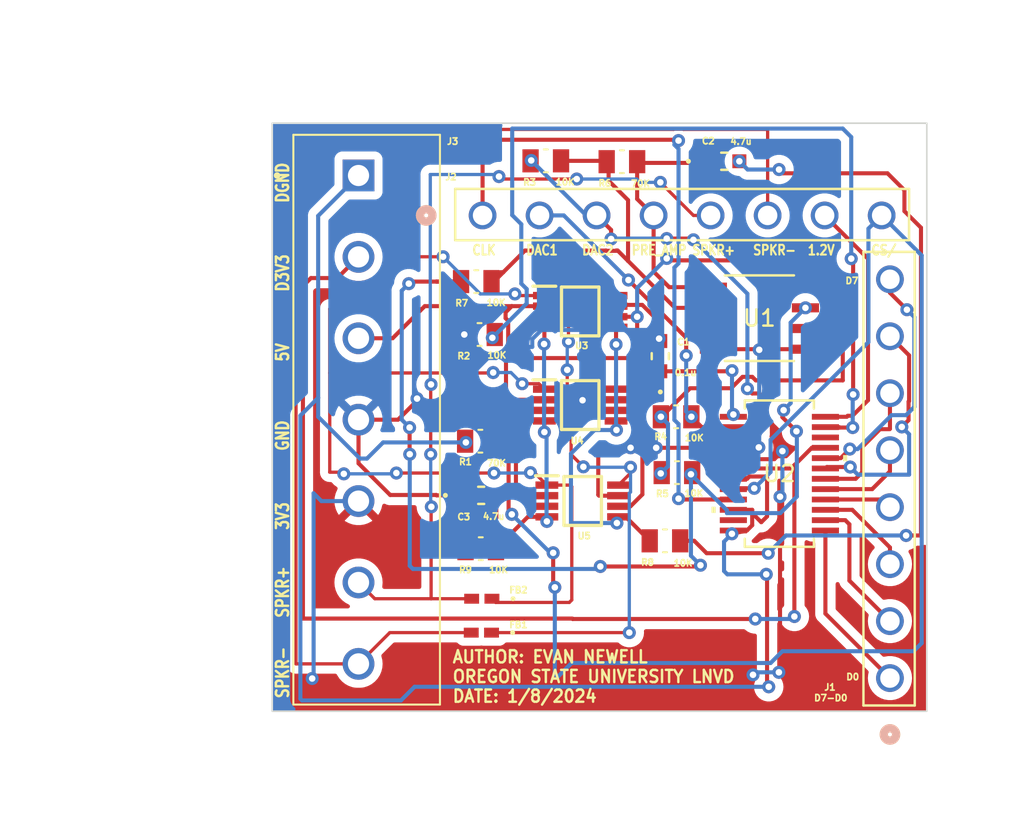
<source format=kicad_pcb>
(kicad_pcb (version 20221018) (generator pcbnew)
  (title_block (title "SPEAKER") (date "2024-01-08") (rev "A") (company "OREGON STATE UNIVERSITY LNVD") (comment 1 "AUTHOR: EVAN NEWELL"))
  (layers (0 "F.Cu" signal) (31 "B.Cu" signal) (34 "B.Paste" user) (35 "F.Paste" user) (36 "B.SilkS" user "B.Silkscreen") (37 "F.SilkS" user "F.Silkscreen") (38 "B.Mask" user) (39 "F.Mask" user) (44 "Edge.Cuts" user))
  (net 0 "")
  (net 1 "/SGNL_PRE_AMP")
  (net 2 "GND")
  (net 3 "Net-(C2-Pad2)")
  (net 4 "/PAM_O+")
  (net 5 "/SPEAKER+")
  (net 6 "/PAM_O-")
  (net 7 "/SPEAKER-")
  (net 8 "/DGND")
  (net 9 "/D3V3")
  (net 10 "/5V")
  (net 11 "/3V3")
  (net 12 "/CLK")
  (net 13 "/DAC_Vout1")
  (net 14 "/DAC_Vout2")
  (net 15 "/1.2V_REF")
  (net 16 "/CHIP_SELECT_N")
  (net 17 "Net-(U1-OUT2)")
  (net 18 "Net-(U1--1)")
  (net 19 "/PAM_NEG")
  (net 20 "/PAM_POS")
  (net 21 "Net-(U2-CREF)")
  (net 22 "Net-(C3-Pad2)")
  (net 23 "Net-(J1-Pin_1)")
  (net 24 "Net-(J1-Pin_2)")
  (net 25 "Net-(J1-Pin_3)")
  (net 26 "Net-(J1-Pin_4)")
  (net 27 "Net-(J1-Pin_5)")
  (net 28 "Net-(J1-Pin_6)")
  (net 29 "Net-(J1-Pin_7)")
  (net 30 "Net-(J1-Pin_8)")
  (net 31 "Net-(U2-REFR)")
  (net 34 "Net-(U1--2)")
  (footprint "Footprints:RESC2012X60N" (layer "F.Cu") (at 100.2284 96.5962)
    (fp_text reference "R2")
    (fp_text value "10K")
  )
  (footprint "Footprints:RESC2012X60N" (layer "F.Cu") (at 112.2982 101.6508 180)
    (fp_text reference "R4")
    (fp_text value "10K")
  )
  (footprint "Footprints:RESC2012X60N" (layer "F.Cu") (at 100.03 93.345)
    (fp_text reference "R7")
    (fp_text value "10K")
  )
  (footprint "Footprints:CUI_TB001-500-07BE" (layer "F.Cu") (at 92.7995 86.8286 -90)
    (fp_text reference "J3")
    (fp_text value "     SPKR-    SPKR+     3V3       GND        5V       D3V3       DGND  ")
  )
  (footprint "Footprints:RESC2012X60N" (layer "F.Cu") (at 108.9708 85.979)
    (fp_text reference "R6")
    (fp_text value "70K")
  )
  (footprint "Footprints:RESC2012X60N" (layer "F.Cu") (at 100.2792 103.1494)
    (fp_text reference "R1")
    (fp_text value "70K")
  )
  (footprint "Footprints:CAP_CL10_SAM-M" (layer "F.Cu") (at 100.33 106.4768)
    (fp_text reference "C3")
    (fp_text value "4.7u")
  )
  (footprint "Footprints:SOP65P490X110-8N" (layer "F.Cu") (at 106.5628 106.8226)
    (fp_text reference "U5")
    (fp_text value "PAM8304" hide)
  )
  (footprint "Footprints:RESC2012X60N" (layer "F.Cu") (at 111.6124 109.2708 180)
    (fp_text reference "R8")
    (fp_text value "10K")
  )
  (footprint "Footprints:SOP65P490X110-8N" (layer "F.Cu") (at 106.4104 100.9298)
    (fp_text reference "U4")
    (fp_text value "PAM8304" hide)
  )
  (footprint "Footprints:RESC2012X60N" (layer "F.Cu") (at 100.3046 109.7534)
    (fp_text reference "R9")
    (fp_text value "10K")
  )
  (footprint "Footprints:SOP65P490X110-8N" (layer "F.Cu") (at 106.4104 95.179)
    (fp_text reference "U3")
    (fp_text value "PAM8304" hide)
  )
  (footprint "Footprints:IND_BLM15_0402_MUR-M" (layer "F.Cu") (at 100.3681 112.8268 180)
    (fp_text reference "FB2")
    (fp_text value "FerriteBead")
  )
  (footprint "Footprints:RESC2012X60N" (layer "F.Cu") (at 112.349 105.0798)
    (fp_text reference "R5")
    (fp_text value "10K")
  )
  (footprint "Footprints:IND_BLM15_0402_MUR-M" (layer "F.Cu") (at 100.3427 114.9096 180)
    (fp_text reference "FB1")
    (fp_text value "FerriteBead")
  )
  (footprint "Footprints:D8-M" (layer "F.Cu") (at 117.4115 95.5929)
    (fp_text reference "U1")
    (fp_text value "LMV358IDR")
  )
  (footprint "Footprints:CONN_1945151_PXC" (layer "F.Cu") (at 100.416002 89.281)
    (fp_text reference "J2")
    (fp_text value "CLK     DAC1    DAC2   PRE_AMP SPKR+   SPKR-  1.2V      CS/")
  )
  (footprint "Footprints:CAP_CL10_SAM-M" (layer "F.Cu") (at 115.2502 85.9536)
    (fp_text reference "C2")
    (fp_text value "4.7u")
  )
  (footprint "Footprints:RESC2012X60N" (layer "F.Cu") (at 104.2972 85.9282)
    (fp_text reference "R3")
    (fp_text value "10K")
  )
  (footprint "Footprints:21-0055H_24-M" (layer "F.Cu") (at 118.63705 105.1433)
    (fp_text reference "U2")
    (fp_text value "MAX5187BEEG+")
  )
  (footprint "Footprints:CONN_1945151_PXC" (layer "F.Cu") (at 125.4252 117.703003 90)
    (fp_text reference "J1")
    (fp_text value "D7-D0")
  )
  (footprint "Footprints:CAP_CL10_SAM-M" (layer "F.Cu") (at 111.3282 97.9274 90)
    (fp_text reference "C1")
    (fp_text value "0.1u")
  )
  (gr_rect (start 87.503 83.6168) (end 127.6858 119.7356) (stroke (width 0.1)) (fill none) (layer "Edge.Cuts"))
  (gr_text "D0" (at 123.1392 117.6274) (layer "F.SilkS") (effects (font (size 0.393701 0.393701) (thickness 0.098425))))
  (gr_text "AUTHOR: EVAN NEWELL\nOREGON STATE UNIVERSITY LNVD\nDATE: 1/8/2024" (at 98.5012 119.253) (layer "F.SilkS") (effects (font (size 0.75 0.7)) (justify left bottom)))
  (gr_text "D7" (at 123.0884 93.2942) (layer "F.SilkS") (effects (font (size 0.393701 0.393701) (thickness 0.098425))))
  (segment (start 111.8743 93.6879) (end 110.916004 92.729604) (width 0.25) (layer "F.Cu") (net 1))
  (segment (start 114.4143 93.6879) (end 111.8743 93.6879) (width 0.25) (layer "F.Cu") (net 1))
  (segment (start 109.9058 85.979) (end 109.9058 88.270796) (width 0.25) (layer "F.Cu") (net 1))
  (segment (start 110.916004 92.729604) (end 110.916004 89.281) (width 0.25) (layer "F.Cu") (net 1))
  (segment (start 109.9058 88.270796) (end 110.916004 89.281) (width 0.25) (layer "F.Cu") (net 1))
  (segment (start 110.1344 86.0552) (end 114.2192 86.0552) (width 0.25) (layer "F.Cu") (net 1))
  (segment (start 110.2222 94.779) (end 111.252 95.8088) (width 0.25) (layer "F.Cu") (net 2))
  (segment (start 107.5182 103.5558) (end 107.5182 106.4468) (width 0.25) (layer "F.Cu") (net 2))
  (segment (start 107.5182 106.4468) (end 107.569 106.4976) (width 0.25) (layer "F.Cu") (net 2))
  (segment (start 97.593969 106.4768) (end 97.571687 106.454518) (width 0.25) (layer "F.Cu") (net 2))
  (segment (start 117.3607 97.4979) (end 114.58575 97.4979) (width 0.25) (layer "F.Cu") (net 2))
  (segment (start 120.23725 97.4979) (end 117.4369 97.4979) (width 0.25) (layer "F.Cu") (net 2))
  (segment (start 95.2246 101.8286) (end 96.393 100.6602) (width 0.25) (layer "F.Cu") (net 2))
  (segment (start 106.553 100.6348) (end 108.5804 100.6348) (width 0.25) (layer "F.Cu") (net 2))
  (segment (start 114.58575 96.2279) (end 114.58575 97.4979) (width 0.25) (layer "F.Cu") (net 2))
  (segment (start 117.3734 103.5304) (end 115.8367 103.5304) (width 0.25) (layer "F.Cu") (net 2))
  (segment (start 96.393 100.6602) (end 96.393 100.5332) (width 0.25) (layer "F.Cu") (net 2))
  (segment (start 107.569 106.4976) (end 108.7628 106.4976) (width 0.25) (layer "F.Cu") (net 2))
  (segment (start 108.6854 94.779) (end 110.2222 94.779) (width 0.25) (layer "F.Cu") (net 2))
  (segment (start 117.3988 97.536) (end 117.3607 97.4979) (width 0.25) (layer "F.Cu") (net 2))
  (segment (start 92.7995 101.8286) (end 95.2246 101.8286) (width 0.25) (layer "F.Cu") (net 2))
  (segment (start 92.7995 104.5089) (end 92.7995 101.8286) (width 0.25) (layer "F.Cu") (net 2))
  (segment (start 109.50301 103.5558) (end 107.5182 103.5558) (width 0.25) (layer "F.Cu") (net 2))
  (segment (start 115.8113 103.5558) (end 111.0742 103.5558) (width 0.25) (layer "F.Cu") (net 2))
  (segment (start 94.745118 106.454518) (end 92.7995 104.5089) (width 0.25) (layer "F.Cu") (net 2))
  (segment (start 111.252 95.8088) (end 111.252 96.8502) (width 0.25) (layer "F.Cu") (net 2))
  (segment (start 117.4369 97.4979) (end 117.3988 97.536) (width 0.25) (layer "F.Cu") (net 2))
  (segment (start 97.571687 106.454518) (end 94.745118 106.454518) (width 0.25) (layer "F.Cu") (net 2))
  (segment (start 99.4006 106.4768) (end 97.593969 106.4768) (width 0.25) (layer "F.Cu") (net 2))
  (via (at 117.3734 103.5304) (size 0.8) (drill 0.4) (layers "F.Cu" "B.Cu") (net 2))
  (via (at 106.553 100.6348) (size 0.8) (drill 0.4) (layers "F.Cu" "B.Cu") (net 2))
  (via (at 99.2934 96.5962) (size 0.8) (drill 0.4) (layers "F.Cu" "B.Cu") (net 2))
  (via (at 111.0742 103.5558) (size 0.8) (drill 0.4) (layers "F.Cu" "B.Cu") (net 2))
  (via (at 109.50301 103.5558) (size 0.8) (drill 0.4) (layers "F.Cu" "B.Cu") (net 2))
  (via (at 117.3988 97.536) (size 0.8) (drill 0.4) (layers "F.Cu" "B.Cu") (net 2))
  (via (at 111.252 96.8502) (size 0.8) (drill 0.4) (layers "F.Cu" "B.Cu") (net 2))
  (via (at 96.393 100.5332) (size 0.8) (drill 0.4) (layers "F.Cu" "B.Cu") (net 2))
  (segment (start 99.695 100.6856) (end 99.695 99.0902) (width 0.25) (layer "B.Cu") (net 2))
  (segment (start 101.9302 97.3582) (end 101.2444 98.044) (width 0.25) (layer "B.Cu") (net 2))
  (segment (start 111.252 96.8502) (end 110.7186 96.3168) (width 0.25) (layer "B.Cu") (net 2))
  (segment (start 96.5454 100.6856) (end 99.695 100.6856) (width 0.25) (layer "B.Cu") (net 2))
  (segment (start 106.4768 96.3168) (end 106.4768 100.5586) (width 0.25) (layer "B.Cu") (net 2))
  (segment (start 110.7186 96.3168) (end 106.4768 96.3168) (width 0.25) (layer "B.Cu") (net 2))
  (segment (start 106.4768 96.3168) (end 104.029095 96.3168) (width 0.25) (layer "B.Cu") (net 2))
  (segment (start 96.393 100.5332) (end 96.5454 100.6856) (width 0.25) (layer "B.Cu") (net 2))
  (segment (start 111.0742 103.5558) (end 109.50301 103.5558) (width 0.25) (layer "B.Cu") (net 2))
  (segment (start 103.4658 97.3582) (end 101.9302 97.3582) (width 0.25) (layer "B.Cu") (net 2))
  (segment (start 101.2444 98.044) (end 100.7412 98.044) (width 0.25) (layer "B.Cu") (net 2))
  (segment (start 104.029095 96.3168) (end 103.4658 96.880095) (width 0.25) (layer "B.Cu") (net 2))
  (segment (start 117.3988 103.505) (end 117.3734 103.5304) (width 0.25) (layer "B.Cu") (net 2))
  (segment (start 106.4768 100.5586) (end 106.553 100.6348) (width 0.25) (layer "B.Cu") (net 2))
  (segment (start 117.3988 97.536) (end 117.3988 103.505) (width 0.25) (layer "B.Cu") (net 2))
  (segment (start 99.695 99.0902) (end 100.7412 98.044) (width 0.25) (layer "B.Cu") (net 2))
  (segment (start 103.4658 96.880095) (end 103.4658 97.3582) (width 0.25) (layer "B.Cu") (net 2))
  (segment (start 100.7412 98.044) (end 99.2934 96.5962) (width 0.25) (layer "B.Cu") (net 2))
  (segment (start 118.84651 86.692605) (end 118.615505 86.4616) (width 0.25) (layer "F.Cu") (net 3))
  (segment (start 126.3142 89.017868) (end 126.3142 87.7316) (width 0.25) (layer "F.Cu") (net 3))
  (segment (start 114.173 110.0328) (end 117.9527 110.0328) (width 0.25) (layer "F.Cu") (net 3))
  (segment (start 126.4158 108.9406) (end 127.2794 108.9406) (width 0.25) (layer "F.Cu") (net 3))
  (segment (start 127.3302 108.8898) (end 127.3302 90.033868) (width 0.25) (layer "F.Cu") (net 3))
  (segment (start 126.3142 87.7316) (end 125.275205 86.692605) (width 0.25) (layer "F.Cu") (net 3))
  (segment (start 127.3302 90.033868) (end 126.3142 89.017868) (width 0.25) (layer "F.Cu") (net 3))
  (segment (start 127.2794 108.9406) (end 127.3302 108.8898) (width 0.25) (layer "F.Cu") (net 3))
  (segment (start 125.275205 86.692605) (end 118.84651 86.692605) (width 0.25) (layer "F.Cu") (net 3))
  (segment (start 112.5474 109.2708) (end 113.411 109.2708) (width 0.25) (layer "F.Cu") (net 3))
  (segment (start 113.411 109.2708) (end 114.173 110.0328) (width 0.25) (layer "F.Cu") (net 3))
  (via (at 126.4158 108.9406) (size 0.8) (drill 0.4) (layers "F.Cu" "B.Cu") (net 3))
  (via (at 118.615505 86.4616) (size 0.8) (drill 0.4) (layers "F.Cu" "B.Cu") (net 3))
  (via (at 116.1796 85.9536) (size 0.8) (drill 0.4) (layers "F.Cu" "B.Cu") (net 3))
  (via (at 117.9527 110.0328) (size 0.8) (drill 0.4) (layers "F.Cu" "B.Cu") (net 3))
  (segment (start 116.6876 86.4616) (end 116.1796 85.9536) (width 0.25) (layer "B.Cu") (net 3))
  (segment (start 119.0449 108.9406) (end 126.4158 108.9406) (width 0.25) (layer "B.Cu") (net 3))
  (segment (start 117.9527 110.0328) (end 119.0449 108.9406) (width 0.25) (layer "B.Cu") (net 3))
  (segment (start 118.615505 86.4616) (end 116.6876 86.4616) (width 0.25) (layer "B.Cu") (net 3))
  (segment (start 91.0336 98.9584) (end 91.0336 105.0544) (width 0.2) (layer "F.Cu") (net 4))
  (segment (start 105.7968 105.8476) (end 104.3628 105.8476) (width 0.2) (layer "F.Cu") (net 4))
  (segment (start 97.9932 91.821) (end 96.003978 91.821) (width 0.2) (layer "F.Cu") (net 4))
  (segment (start 104.2104 94.204) (end 102.499638 94.204) (width 0.2) (layer "F.Cu") (net 4))
  (segment (start 101.0412 98.9584) (end 101.0666 98.933) (width 0.2) (layer "F.Cu") (net 4))
  (segment (start 91.0336 95.0214) (end 91.0336 98.9584) (width 0.2) (layer "F.Cu") (net 4))
  (segment (start 95.123 105.1052) (end 101.1174 105.1052) (width 0.2) (layer "F.Cu") (net 4))
  (segment (start 105.8926 105.9434) (end 105.7968 105.8476) (width 0.2) (layer "F.Cu") (net 4))
  (segment (start 91.0336 98.9584) (end 101.0412 98.9584) (width 0.2) (layer "F.Cu") (net 4))
  (segment (start 100.9904 112.8268) (end 101.219 113.0554) (width 0.2) (layer "F.Cu") (net 4))
  (segment (start 103.8744 99.6188) (end 104.2104 99.9548) (width 0.2) (layer "F.Cu") (net 4))
  (segment (start 103.595 105.0798) (end 104.3628 105.8476) (width 0.2) (layer "F.Cu") (net 4))
  (segment (start 103.3526 105.0798) (end 103.595 105.0798) (width 0.2) (layer "F.Cu") (net 4))
  (segment (start 105.8926 112.903) (end 105.8926 105.9434) (width 0.2) (layer "F.Cu") (net 4))
  (segment (start 92.803578 95.0214) (end 91.0336 95.0214) (width 0.2) (layer "F.Cu") (net 4))
  (segment (start 102.499638 94.204) (end 102.3995 94.103862) (width 0.2) (layer "F.Cu") (net 4))
  (segment (start 105.7402 113.0554) (end 105.8926 112.903) (width 0.2) (layer "F.Cu") (net 4))
  (segment (start 101.219 113.0554) (end 105.7402 113.0554) (width 0.2) (layer "F.Cu") (net 4))
  (segment (start 91.7956 105.0544) (end 91.8972 105.156) (width 0.2) (layer "F.Cu") (net 4))
  (segment (start 102.8446 99.6188) (end 103.8744 99.6188) (width 0.2) (layer "F.Cu") (net 4))
  (segment (start 96.003978 91.821) (end 92.803578 95.0214) (width 0.2) (layer "F.Cu") (net 4))
  (segment (start 91.0336 105.0544) (end 91.7956 105.0544) (width 0.2) (layer "F.Cu") (net 4))
  (via (at 101.1174 105.1052) (size 0.8) (drill 0.4) (layers "F.Cu" "B.Cu") (net 4))
  (via (at 103.3526 105.0798) (size 0.8) (drill 0.4) (layers "F.Cu" "B.Cu") (net 4))
  (via (at 101.0666 98.933) (size 0.8) (drill 0.4) (layers "F.Cu" "B.Cu") (net 4))
  (via (at 95.123 105.1052) (size 0.8) (drill 0.4) (layers "F.Cu" "B.Cu") (net 4))
  (via (at 102.8446 99.6188) (size 0.8) (drill 0.4) (layers "F.Cu" "B.Cu") (net 4))
  (via (at 97.9932 91.821) (size 0.8) (drill 0.4) (layers "F.Cu" "B.Cu") (net 4))
  (via (at 91.8972 105.156) (size 0.8) (drill 0.4) (layers "F.Cu" "B.Cu") (net 4))
  (via (at 102.3995 94.103862) (size 0.8) (drill 0.4) (layers "F.Cu" "B.Cu") (net 4))
  (segment (start 103.3272 105.1052) (end 103.3526 105.0798) (width 0.2) (layer "B.Cu") (net 4))
  (segment (start 91.8972 105.156) (end 95.0722 105.156) (width 0.2) (layer "B.Cu") (net 4))
  (segment (start 101.1174 105.1052) (end 103.3272 105.1052) (width 0.2) (layer "B.Cu") (net 4))
  (segment (start 95.0722 105.156) (end 95.123 105.1052) (width 0.2) (layer "B.Cu") (net 4))
  (segment (start 102.1588 98.933) (end 102.8446 99.6188) (width 0.2) (layer "B.Cu") (net 4))
  (segment (start 101.0666 98.933) (end 102.1588 98.933) (width 0.2) (layer "B.Cu") (net 4))
  (segment (start 102.3995 94.103862) (end 100.276062 94.103862) (width 0.2) (layer "B.Cu") (net 4))
  (segment (start 100.276062 94.103862) (end 97.9932 91.821) (width 0.2) (layer "B.Cu") (net 4))
  (segment (start 97.2312 99.682998) (end 97.250599 99.663599) (width 0.2) (layer "F.Cu") (net 5))
  (segment (start 97.2566 112.8268) (end 97.2566 107.1943) (width 0.2) (layer "F.Cu") (net 5))
  (segment (start 113.3602 89.281) (end 114.416005 89.281) (width 0.2) (layer "F.Cu") (net 5))
  (segment (start 101.4222 86.8934) (end 101.5746 87.0458) (width 0.2) (layer "F.Cu") (net 5))
  (segment (start 97.2566 107.1943) (end 97.271382 107.179518) (width 0.2) (layer "F.Cu") (net 5))
  (segment (start 97.2312 103.9501) (end 97.2312 99.682998) (width 0.2) (layer "F.Cu") (net 5))
  (segment (start 93.7977 112.8268) (end 92.7995 111.8286) (width 0.2) (layer "F.Cu") (net 5))
  (segment (start 99.7458 112.8268) (end 97.2566 112.8268) (width 0.2) (layer "F.Cu") (net 5))
  (segment (start 111.3282 87.249) (end 113.3602 89.281) (width 0.2) (layer "F.Cu") (net 5))
  (segment (start 97.2566 112.8268) (end 93.7977 112.8268) (width 0.2) (layer "F.Cu") (net 5))
  (segment (start 101.5746 87.0458) (end 106.1974 87.0458) (width 0.2) (layer "F.Cu") (net 5))
  (via (at 97.2312 103.9501) (size 0.8) (drill 0.4) (layers "F.Cu" "B.Cu") (net 5))
  (via (at 106.1974 87.0458) (size 0.8) (drill 0.4) (layers "F.Cu" "B.Cu") (net 5))
  (via (at 101.4222 86.8934) (size 0.8) (drill 0.4) (layers "F.Cu" "B.Cu") (net 5))
  (via (at 97.271382 107.179518) (size 0.8) (drill 0.4) (layers "F.Cu" "B.Cu") (net 5))
  (via (at 97.250599 99.663599) (size 0.8) (drill 0.4) (layers "F.Cu" "B.Cu") (net 5))
  (via (at 111.3282 87.249) (size 0.8) (drill 0.4) (layers "F.Cu" "B.Cu") (net 5))
  (segment (start 110.0836 87.249) (end 111.3282 87.249) (width 0.2) (layer "B.Cu") (net 5))
  (segment (start 97.2058 99.6188) (end 97.2058 86.7664) (width 0.2) (layer "B.Cu") (net 5))
  (segment (start 106.1974 87.0458) (end 109.8804 87.0458) (width 0.2) (layer "B.Cu") (net 5))
  (segment (start 97.2058 86.7664) (end 101.2952 86.7664) (width 0.2) (layer "B.Cu") (net 5))
  (segment (start 97.250599 99.663599) (end 97.2058 99.6188) (width 0.2) (layer "B.Cu") (net 5))
  (segment (start 109.8804 87.0458) (end 110.0836 87.249) (width 0.2) (layer "B.Cu") (net 5))
  (segment (start 101.2952 86.7664) (end 101.4222 86.8934) (width 0.2) (layer "B.Cu") (net 5))
  (segment (start 97.2312 107.139336) (end 97.2312 103.9501) (width 0.2) (layer "B.Cu") (net 5))
  (segment (start 97.271382 107.179518) (end 97.2312 107.139336) (width 0.2) (layer "B.Cu") (net 5))
  (segment (start 105.853 103.9734) (end 105.853 100.34485) (width 0.2) (layer "F.Cu") (net 6))
  (segment (start 105.6894 94.2086) (end 105.694 94.204) (width 0.2) (layer "F.Cu") (net 6))
  (segment (start 109.4994 104.7496) (end 109.4994 105.111) (width 0.2) (layer "F.Cu") (net 6))
  (segment (start 105.694 94.204) (end 108.6104 94.204) (width 0.2) (layer "F.Cu") (net 6))
  (segment (start 109.4994 105.111) (end 108.7628 105.8476) (width 0.2) (layer "F.Cu") (net 6))
  (segment (start 105.853 100.34485) (end 105.6132 100.10505) (width 0.2) (layer "F.Cu") (net 6))
  (segment (start 109.4232 114.9096) (end 100.965 114.9096) (width 0.2) (layer "F.Cu") (net 6))
  (segment (start 105.6132 100.10505) (end 105.6132 98.7685) (width 0.2) (layer "F.Cu") (net 6))
  (segment (start 105.6894 97.0413) (end 105.6894 94.2086) (width 0.2) (layer "F.Cu") (net 6))
  (segment (start 105.853 100.34485) (end 106.27425 99.9236) (width 0.2) (layer "F.Cu") (net 6))
  (segment (start 106.6038 104.7242) (end 105.853 103.9734) (width 0.2) (layer "F.Cu") (net 6))
  (segment (start 106.27425 99.9236) (end 108.5792 99.9236) (width 0.2) (layer "F.Cu") (net 6))
  (via (at 109.4232 114.9096) (size 0.8) (drill 0.4) (layers "F.Cu" "B.Cu") (net 6))
  (via (at 109.4994 104.7496) (size 0.8) (drill 0.4) (layers "F.Cu" "B.Cu") (net 6))
  (via (at 105.6894 97.0413) (size 0.8) (drill 0.4) (layers "F.Cu" "B.Cu") (net 6))
  (via (at 105.6132 98.7685) (size 0.8) (drill 0.4) (layers "F.Cu" "B.Cu") (net 6))
  (via (at 106.6038 104.7242) (size 0.8) (drill 0.4) (layers "F.Cu" "B.Cu") (net 6))
  (segment (start 109.4994 104.7496) (end 106.6292 104.7496) (width 0.2) (layer "B.Cu") (net 6))
  (segment (start 106.6292 104.7496) (end 106.6038 104.7242) (width 0.2) (layer "B.Cu") (net 6))
  (segment (start 105.6132 97.1175) (end 105.6894 97.0413) (width 0.2) (layer "B.Cu") (net 6))
  (segment (start 109.4232 106.3498) (end 109.4994 106.2736) (width 0.2) (layer "B.Cu") (net 6))
  (segment (start 109.4232 114.9096) (end 109.4232 106.3498) (width 0.2) (layer "B.Cu") (net 6))
  (segment (start 109.4994 106.2736) (end 109.4994 104.7496) (width 0.2) (layer "B.Cu") (net 6))
  (segment (start 105.6132 98.7685) (end 105.6132 97.1175) (width 0.2) (layer "B.Cu") (net 6))
  (segment (start 88.9622 84.6976) (end 88.9622 116.8286) (width 0.2) (layer "F.Cu") (net 7))
  (segment (start 112.14165 83.9978) (end 100.600841 83.9978) (width 0.2) (layer "F.Cu") (net 7))
  (segment (start 112.15585 83.9836) (end 112.14165 83.9978) (width 0.2) (layer "F.Cu") (net 7))
  (segment (start 117.916005 83.9978) (end 112.74995 83.9978) (width 0.2) (layer "F.Cu") (net 7))
  (segment (start 112.74995 83.9978) (end 112.73575 83.9836) (width 0.2) (layer "F.Cu") (net 7))
  (segment (start 99.7204 114.9096) (end 94.7185 114.9096) (width 0.2) (layer "F.Cu") (net 7))
  (segment (start 100.592043 83.989002) (end 89.670798 83.989002) (width 0.2) (layer "F.Cu") (net 7))
  (segment (start 112.73575 83.9836) (end 112.15585 83.9836) (width 0.2) (layer "F.Cu") (net 7))
  (segment (start 117.916005 89.281) (end 117.916005 83.9978) (width 0.2) (layer "F.Cu") (net 7))
  (segment (start 88.9622 116.8286) (end 92.7995 116.8286) (width 0.2) (layer "F.Cu") (net 7))
  (segment (start 94.7185 114.9096) (end 92.7995 116.8286) (width 0.2) (layer "F.Cu") (net 7))
  (segment (start 89.670798 83.989002) (end 88.9622 84.6976) (width 0.2) (layer "F.Cu") (net 7))
  (segment (start 100.600841 83.9978) (end 100.592043 83.989002) (width 0.2) (layer "F.Cu") (net 7))
  (segment (start 117.8814 118.1354) (end 117.983 118.237) (width 0.25) (layer "F.Cu") (net 8))
  (segment (start 116.64557 108.6358) (end 115.7224 108.839) (width 0.25) (layer "F.Cu") (net 8))
  (segment (start 117.7914 105.32) (end 117.8814 105.41) (width 0.25) (layer "F.Cu") (net 8))
  (segment (start 115.7224 108.839) (end 115.8113 108.6358) (width 0.25) (layer "F.Cu") (net 8))
  (segment (start 115.8113 105.4608) (end 116.652895 105.4608) (width 0.25) (layer "F.Cu") (net 8))
  (segment (start 116.793695 105.32) (end 117.7914 105.32) (width 0.25) (layer "F.Cu") (net 8))
  (segment (start 117.5258 108.12665) (end 116.96815 107.569) (width 0.25) (layer "F.Cu") (net 8))
  (segment (start 116.96815 107.36695) (end 116.96815 107.569) (width 0.25) (layer "F.Cu") (net 8))
  (segment (start 115.8113 107.3658) (end 116.967 107.3658) (width 0.25) (layer "F.Cu") (net 8))
  (segment (start 116.652895 105.4608) (end 116.793695 105.32) (width 0.25) (layer "F.Cu") (net 8))
  (segment (start 116.967 107.3658) (end 116.96815 107.36695) (width 0.25) (layer "F.Cu") (net 8))
  (segment (start 117.8814 111.379) (end 117.8814 118.1354) (width 0.25) (layer "F.Cu") (net 8))
  (segment (start 117.8814 105.41) (end 117.8814 107.77105) (width 0.25) (layer "F.Cu") (net 8))
  (segment (start 116.96815 108.31322) (end 116.64557 108.6358) (width 0.25) (layer "F.Cu") (net 8))
  (segment (start 116.96815 107.569) (end 116.96815 108.31322) (width 0.25) (layer "F.Cu") (net 8))
  (segment (start 117.8306 111.3282) (end 117.8814 111.379) (width 0.25) (layer "F.Cu") (net 8))
  (segment (start 117.8814 107.77105) (end 117.5258 108.12665) (width 0.25) (layer "F.Cu") (net 8))
  (via (at 115.7224 108.839) (size 0.8) (drill 0.4) (layers "F.Cu" "B.Cu") (net 8))
  (via (at 99.3902 103.2256) (size 0.8) (drill 0.4) (layers "F.Cu" "B.Cu") (net 8))
  (via (at 117.983 118.237) (size 0.8) (drill 0.4) (layers "F.Cu" "B.Cu") (net 8))
  (via (at 117.8306 111.3282) (size 0.8) (drill 0.4) (layers "F.Cu" "B.Cu") (net 8))
  (segment (start 94.3102 103.2256) (end 93.3196 104.2162) (width 0.25) (layer "B.Cu") (net 8))
  (segment (start 89.3318 119.0752) (end 89.2302 118.9736) (width 0.25) (layer "B.Cu") (net 8))
  (segment (start 115.2398 109.3216) (end 115.7224 108.839) (width 0.25) (layer "B.Cu") (net 8))
  (segment (start 89.2302 101.5746) (end 90.3224 100.4824) (width 0.25) (layer "B.Cu") (net 8))
  (segment (start 95.4024 119.0752) (end 89.3318 119.0752) (width 0.25) (layer "B.Cu") (net 8))
  (segment (start 115.2398 111.125) (end 115.2398 109.3216) (width 0.25) (layer "B.Cu") (net 8))
  (segment (start 90.3224 89.3057) (end 92.7995 86.8286) (width 0.25) (layer "B.Cu") (net 8))
  (segment (start 93.3196 104.2162) (end 92.8878 104.2162) (width 0.25) (layer "B.Cu") (net 8))
  (segment (start 89.2302 118.9736) (end 89.2302 101.5746) (width 0.25) (layer "B.Cu") (net 8))
  (segment (start 117.8306 111.3282) (end 115.443 111.3282) (width 0.25) (layer "B.Cu") (net 8))
  (segment (start 115.443 111.3282) (end 115.2398 111.125) (width 0.25) (layer "B.Cu") (net 8))
  (segment (start 99.3902 103.2256) (end 94.3102 103.2256) (width 0.25) (layer "B.Cu") (net 8))
  (segment (start 92.8878 104.2162) (end 90.3224 101.6508) (width 0.25) (layer "B.Cu") (net 8))
  (segment (start 90.3224 100.4824) (end 90.3224 89.3057) (width 0.25) (layer "B.Cu") (net 8))
  (segment (start 90.3224 101.6508) (end 90.3224 100.4824) (width 0.25) (layer "B.Cu") (net 8))
  (segment (start 96.2406 118.237) (end 95.4024 119.0752) (width 0.25) (layer "B.Cu") (net 8))
  (segment (start 117.983 118.237) (end 96.2406 118.237) (width 0.25) (layer "B.Cu") (net 8))
  (segment (start 119.585165 104.599165) (end 120.62853 103.5558) (width 0.25) (layer "F.Cu") (net 9))
  (segment (start 89.3872 114.046) (end 105.918 114.046) (width 0.25) (layer "F.Cu") (net 9))
  (segment (start 115.8113 104.8258) (end 119.35853 104.8258) (width 0.25) (layer "F.Cu") (net 9))
  (segment (start 91.4995 93.1286) (end 89.8784 93.1286) (width 0.25) (layer "F.Cu") (net 9))
  (segment (start 120.62853 103.5558) (end 121.4628 103.5558) (width 0.25) (layer "F.Cu") (net 9))
  (segment (start 89.8784 93.1286) (end 89.3872 93.6198) (width 0.25) (layer "F.Cu") (net 9))
  (segment (start 92.7995 91.8286) (end 91.4995 93.1286) (width 0.25) (layer "F.Cu") (net 9))
  (segment (start 119.35853 104.8258) (end 119.585165 104.599165) (width 0.25) (layer "F.Cu") (net 9))
  (segment (start 119.5578 104.62653) (end 119.585165 104.599165) (width 0.25) (layer "F.Cu") (net 9))
  (segment (start 119.5578 113.919) (end 119.5578 104.62653) (width 0.25) (layer "F.Cu") (net 9))
  (segment (start 89.3872 93.6198) (end 89.3872 114.046) (width 0.25) (layer "F.Cu") (net 9))
  (segment (start 105.9434 114.0714) (end 117.1569 114.0714) (width 0.25) (layer "F.Cu") (net 9))
  (segment (start 105.918 114.046) (end 105.9434 114.0714) (width 0.25) (layer "F.Cu") (net 9))
  (via (at 119.5578 113.919) (size 0.8) (drill 0.4) (layers "F.Cu" "B.Cu") (net 9))
  (via (at 117.1569 114.0714) (size 0.8) (drill 0.4) (layers "F.Cu" "B.Cu") (net 9))
  (segment (start 117.1569 114.0714) (end 119.4054 114.0714) (width 0.25) (layer "B.Cu") (net 9))
  (segment (start 119.4054 114.0714) (end 119.5578 113.919) (width 0.25) (layer "B.Cu") (net 9))
  (segment (start 104.2104 100.6048) (end 101.854 100.6048) (width 0.25) (layer "F.Cu") (net 10))
  (segment (start 101.9884 95.75158) (end 101.8286 95.59178) (width 0.25) (layer "F.Cu") (net 10))
  (segment (start 103.2154 100.6048) (end 104.2104 100.6048) (width 0.25) (layer "F.Cu") (net 10))
  (segment (start 102.2096 94.854) (end 96.8652 94.854) (width 0.25) (layer "F.Cu") (net 10))
  (segment (start 101.7524 97.67682) (end 101.9884 97.44082) (width 0.25) (layer "F.Cu") (net 10))
  (segment (start 101.7524 98.0694) (end 101.7524 97.67682) (width 0.25) (layer "F.Cu") (net 10))
  (segment (start 101.8286 95.235) (end 102.2096 94.854) (width 0.25) (layer "F.Cu") (net 10))
  (segment (start 103.6628 107.1476) (end 102.4638 105.9486) (width 0.25) (layer "F.Cu") (net 10))
  (segment (start 102.4638 101.3564) (end 103.2154 100.6048) (width 0.25) (layer "F.Cu") (net 10))
  (segment (start 109.9058 98.0186) (end 109.8804 98.044) (width 0.25) (layer "F.Cu") (net 10))
  (segment (start 101.854 98.171) (end 101.7524 98.0694) (width 0.25) (layer "F.Cu") (net 10))
  (segment (start 102.2096 94.854) (end 104.2104 94.854) (width 0.25) (layer "F.Cu") (net 10))
  (segment (start 101.854 100.6048) (end 101.854 98.171) (width 0.25) (layer "F.Cu") (net 10))
  (segment (start 120.23725 92.04325) (end 111.84195 92.04325) (width 0.25) (layer "F.Cu") (net 10))
  (segment (start 110.22751 106.41751) (end 110.22751 100.37231) (width 0.25) (layer "F.Cu") (net 10))
  (segment (start 110.0328 98.3234) (end 109.7534 98.044) (width 0.25) (layer "F.Cu") (net 10))
  (segment (start 120.23725 93.6879) (end 120.23725 92.04325) (width 0.25) (layer "F.Cu") (net 10))
  (segment (start 109.49742 107.1476) (end 110.22751 106.41751) (width 0.25) (layer "F.Cu") (net 10))
  (segment (start 96.8652 94.854) (end 94.8906 96.8286) (width 0.25) (layer "F.Cu") (net 10))
  (segment (start 110.0328 100.1776) (end 110.0328 98.3234) (width 0.25) (layer "F.Cu") (net 10))
  (segment (start 104.3628 106.4976) (end 104.3628 107.1476) (width 0.25) (layer "F.Cu") (net 10))
  (segment (start 109.8804 98.044) (end 101.7778 98.044) (width 0.25) (layer "F.Cu") (net 10))
  (segment (start 104.3628 107.1476) (end 103.6628 107.1476) (width 0.25) (layer "F.Cu") (net 10))
  (segment (start 104.2104 94.854) (end 104.2104 95.504) (width 0.25) (layer "F.Cu") (net 10))
  (segment (start 108.7628 107.1476) (end 109.49742 107.1476) (width 0.25) (layer "F.Cu") (net 10))
  (segment (start 102.4638 105.9486) (end 102.4638 101.3564) (width 0.25) (layer "F.Cu") (net 10))
  (segment (start 109.9058 95.504) (end 108.6104 95.504) (width 0.25) (layer "F.Cu") (net 10))
  (segment (start 111.84195 92.04325) (end 111.7213 91.9226) (width 0.25) (layer "F.Cu") (net 10))
  (segment (start 101.9884 97.44082) (end 101.9884 95.75158) (width 0.25) (layer "F.Cu") (net 10))
  (segment (start 110.22751 100.37231) (end 110.0328 100.1776) (width 0.25) (layer "F.Cu") (net 10))
  (segment (start 109.34502 101.2548) (end 110.22751 100.37231) (width 0.25) (layer "F.Cu") (net 10))
  (segment (start 108.6104 101.2548) (end 109.34502 101.2548) (width 0.25) (layer "F.Cu") (net 10))
  (segment (start 104.2104 100.6048) (end 104.2104 101.2548) (width 0.25) (layer "F.Cu") (net 10))
  (segment (start 101.8286 95.59178) (end 101.8286 95.235) (width 0.25) (layer "F.Cu") (net 10))
  (segment (start 94.8906 96.8286) (end 92.7995 96.8286) (width 0.25) (layer "F.Cu") (net 10))
  (segment (start 101.7778 98.044) (end 101.7524 98.0694) (width 0.25) (layer "F.Cu") (net 10))
  (segment (start 109.9058 95.504) (end 109.9058 98.0186) (width 0.25) (layer "F.Cu") (net 10))
  (via (at 109.9058 95.504) (size 0.8) (drill 0.4) (layers "F.Cu" "B.Cu") (net 10))
  (via (at 111.7213 91.9226) (size 0.8) (drill 0.4) (layers "F.Cu" "B.Cu") (net 10))
  (segment (start 109.9058 95.504) (end 109.9058 93.7381) (width 0.25) (layer "B.Cu") (net 10))
  (segment (start 109.9058 93.7381) (end 111.7213 91.9226) (width 0.25) (layer "B.Cu") (net 10))
  (segment (start 118.3265 104.2554) (end 118.8229 103.759) (width 0.25) (layer "F.Cu") (net 11))
  (segment (start 118.6772 106.5614) (end 118.6772 117.2767) (width 0.25) (layer "F.Cu") (net 11))
  (segment (start 115.8113 104.1908) (end 115.8759 104.2554) (width 0.25) (layer "F.Cu") (net 11))
  (segment (start 115.8759 104.2554) (end 118.3265 104.2554) (width 0.25) (layer "F.Cu") (net 11))
  (segment (start 116.0913 118.4269) (end 89.9547 118.4269) (width 0.25) (layer "F.Cu") (net 11))
  (segment (start 118.6772 117.2767) (end 118.6059 117.348) (width 0.25) (layer "F.Cu") (net 11))
  (segment (start 117.0178 117.5004) (end 116.0913 118.4269) (width 0.25) (layer "F.Cu") (net 11))
  (segment (start 89.9547 118.4269) (end 89.9547 117.729) (width 0.25) (layer "F.Cu") (net 11))
  (via (at 118.6772 106.5614) (size 0.8) (drill 0.4) (layers "F.Cu" "B.Cu") (net 11))
  (via (at 118.6059 117.348) (size 0.8) (drill 0.4) (layers "F.Cu" "B.Cu") (net 11))
  (via (at 89.9547 117.729) (size 0.8) (drill 0.4) (layers "F.Cu" "B.Cu") (net 11))
  (via (at 117.0178 117.5004) (size 0.8) (drill 0.4) (layers "F.Cu" "B.Cu") (net 11))
  (via (at 118.8229 103.759) (size 0.8) (drill 0.4) (layers "F.Cu" "B.Cu") (net 11))
  (segment (start 118.8229 103.759) (end 118.8229 106.4157) (width 0.25) (layer "B.Cu") (net 11))
  (segment (start 118.8229 106.4157) (end 118.6772 106.5614) (width 0.25) (layer "B.Cu") (net 11))
  (segment (start 90.043 117.6407) (end 90.043 106.3498) (width 0.25) (layer "B.Cu") (net 11))
  (segment (start 118.6059 117.348) (end 117.1702 117.348) (width 0.25) (layer "B.Cu") (net 11))
  (segment (start 90.043 106.3498) (end 90.5218 106.8286) (width 0.25) (layer "B.Cu") (net 11))
  (segment (start 89.9547 117.729) (end 90.043 117.6407) (width 0.25) (layer "B.Cu") (net 11))
  (segment (start 117.1702 117.348) (end 117.0178 117.5004) (width 0.25) (layer "B.Cu") (net 11))
  (segment (start 90.5218 106.8286) (end 92.7995 106.8286) (width 0.25) (layer "B.Cu") (net 11))
  (segment (start 112.4458 106.68) (end 112.4966 106.7308) (width 0.25) (layer "F.Cu") (net 12))
  (segment (start 100.416002 84.775398) (end 100.416002 89.281) (width 0.25) (layer "F.Cu") (net 12))
  (segment (start 112.4458 84.6836) (end 112.395 84.6328) (width 0.25) (layer "F.Cu") (net 12))
  (segment (start 100.5586 84.6328) (end 100.416002 84.775398) (width 0.25) (layer "F.Cu") (net 12))
  (segment (start 112.4966 106.7308) (end 115.8113 106.7308) (width 0.25) (layer "F.Cu") (net 12))
  (segment (start 112.395 84.6328) (end 100.5586 84.6328) (width 0.25) (layer "F.Cu") (net 12))
  (via (at 112.4458 106.68) (size 0.8) (drill 0.4) (layers "F.Cu" "B.Cu") (net 12))
  (via (at 112.4458 84.6836) (size 0.8) (drill 0.4) (layers "F.Cu" "B.Cu") (net 12))
  (segment (start 112.4458 102.097004) (end 112.4458 106.68) (width 0.25) (layer "B.Cu") (net 12))
  (segment (start 112.1918 101.843004) (end 112.4458 102.097004) (width 0.25) (layer "B.Cu") (net 12))
  (segment (start 112.1918 84.9376) (end 112.4463 85.1921) (width 0.25) (layer "B.Cu") (net 12))
  (segment (start 112.4458 84.6836) (end 112.1918 84.9376) (width 0.25) (layer "B.Cu") (net 12))
  (segment (start 112.4463 92.222905) (end 112.1918 92.477405) (width 0.25) (layer "B.Cu") (net 12))
  (segment (start 112.1918 92.477405) (end 112.1918 101.843004) (width 0.25) (layer "B.Cu") (net 12))
  (segment (start 112.4463 85.1921) (end 112.4463 92.222905) (width 0.25) (layer "B.Cu") (net 12))
  (segment (start 113.8682 102.2858) (end 115.8113 102.2858) (width 0.25) (layer "F.Cu") (net 13))
  (segment (start 109.371449 93.248846) (end 112.9163 96.793697) (width 0.25) (layer "F.Cu") (net 13))
  (segment (start 112.9163 96.793697) (end 112.9163 97.8916) (width 0.25) (layer "F.Cu") (net 13))
  (segment (start 113.2332 101.6508) (end 113.8682 102.2858) (width 0.25) (layer "F.Cu") (net 13))
  (via (at 109.371449 93.248846) (size 0.8) (drill 0.4) (layers "F.Cu" "B.Cu") (net 13))
  (via (at 113.2332 101.6508) (size 0.8) (drill 0.4) (layers "F.Cu" "B.Cu") (net 13))
  (via (at 112.9163 97.8916) (size 0.8) (drill 0.4) (layers "F.Cu" "B.Cu") (net 13))
  (segment (start 112.9163 101.3339) (end 113.2332 101.6508) (width 0.25) (layer "B.Cu") (net 13))
  (segment (start 103.916003 89.281) (end 105.403603 89.281) (width 0.25) (layer "B.Cu") (net 13))
  (segment (start 112.9163 97.8916) (end 112.9163 101.3339) (width 0.25) (layer "B.Cu") (net 13))
  (segment (start 105.403603 89.281) (end 109.371449 93.248846) (width 0.25) (layer "B.Cu") (net 13))
  (segment (start 115.9383 102.7938) (end 115.8113 102.9208) (width 0.25) (layer "F.Cu") (net 14))
  (segment (start 116.6743 99.9236) (end 116.96815 100.21745) (width 0.25) (layer "F.Cu") (net 14))
  (segment (start 117.4242 102.6922) (end 117.3226 102.7938) (width 0.25) (layer "F.Cu") (net 14))
  (segment (start 111.7213 90.7034) (end 113.284 90.7034) (width 0.25) (layer "F.Cu") (net 14))
  (segment (start 113.284 90.7034) (end 113.3602 90.7796) (width 0.25) (layer "F.Cu") (net 14))
  (segment (start 117.3226 102.7938) (end 115.9383 102.7938) (width 0.25) (layer "F.Cu") (net 14))
  (segment (start 117.4242 100.2538) (end 117.4242 102.6922) (width 0.25) (layer "F.Cu") (net 14))
  (segment (start 108.3056 90.7288) (end 108.3056 90.170597) (width 0.25) (layer "F.Cu") (net 14))
  (segment (start 117.38785 100.21745) (end 117.4242 100.2538) (width 0.25) (layer "F.Cu") (net 14))
  (segment (start 116.96815 100.21745) (end 117.38785 100.21745) (width 0.25) (layer "F.Cu") (net 14))
  (segment (start 108.3056 90.170597) (end 107.416003 89.281) (width 0.25) (layer "F.Cu") (net 14))
  (via (at 103.4034 85.9028) (size 0.8) (drill 0.4) (layers "F.Cu" "B.Cu") (net 14))
  (via (at 111.7213 90.7034) (size 0.8) (drill 0.4) (layers "F.Cu" "B.Cu") (net 14))
  (via (at 116.6743 99.9236) (size 0.8) (drill 0.4) (layers "F.Cu" "B.Cu") (net 14))
  (via (at 113.3602 90.7796) (size 0.8) (drill 0.4) (layers "F.Cu" "B.Cu") (net 14))
  (via (at 108.3056 90.7288) (size 0.8) (drill 0.4) (layers "F.Cu" "B.Cu") (net 14))
  (segment (start 116.6743 94.0937) (end 116.6743 99.9236) (width 0.25) (layer "B.Cu") (net 14))
  (segment (start 108.331 90.7034) (end 111.7213 90.7034) (width 0.25) (layer "B.Cu") (net 14))
  (segment (start 108.3056 90.7288) (end 108.331 90.7034) (width 0.25) (layer "B.Cu") (net 14))
  (segment (start 113.3602 90.7796) (end 116.6743 94.0937) (width 0.25) (layer "B.Cu") (net 14))
  (segment (start 103.4034 85.9028) (end 106.7816 89.281) (width 0.25) (layer "B.Cu") (net 14))
  (segment (start 122.774295 101.6508) (end 122.838895 101.5862) (width 0.25) (layer "F.Cu") (net 15))
  (segment (start 123.1276 101.5862) (end 124.079 100.6348) (width 0.25) (layer "F.Cu") (net 15))
  (segment (start 124.079 91.943994) (end 121.416006 89.281) (width 0.25) (layer "F.Cu") (net 15))
  (segment (start 121.4628 101.6508) (end 122.774295 101.6508) (width 0.25) (layer "F.Cu") (net 15))
  (segment (start 122.838895 101.5862) (end 123.1276 101.5862) (width 0.25) (layer "F.Cu") (net 15))
  (segment (start 124.079 100.6348) (end 124.079 91.943994) (width 0.25) (layer "F.Cu") (net 15))
  (segment (start 102.0138 103.949) (end 102.0138 107.4494) (width 0.25) (layer "F.Cu") (net 16))
  (segment (start 117.094 106.045) (end 115.8621 106.045) (width 0.25) (layer "F.Cu") (net 16))
  (segment (start 101.2142 103.1494) (end 102.0138 103.949) (width 0.25) (layer "F.Cu") (net 16))
  (segment (start 104.7496 112.0257) (end 104.8512 112.1273) (width 0.25) (layer "F.Cu") (net 16))
  (segment (start 104.7496 110.0074) (end 104.7496 112.0257) (width 0.25) (layer "F.Cu") (net 16))
  (segment (start 102.0138 107.4494) (end 102.2096 107.6452) (width 0.25) (layer "F.Cu") (net 16))
  (via (at 104.8512 112.1273) (size 0.8) (drill 0.4) (layers "F.Cu" "B.Cu") (net 16))
  (via (at 102.2096 107.6452) (size 0.8) (drill 0.4) (layers "F.Cu" "B.Cu") (net 16))
  (via (at 117.094 106.045) (size 0.8) (drill 0.4) (layers "F.Cu" "B.Cu") (net 16))
  (via (at 104.7496 110.0074) (size 0.8) (drill 0.4) (layers "F.Cu" "B.Cu") (net 16))
  (segment (start 104.7496 110.1852) (end 104.6855 110.1211) (width 0.25) (layer "B.Cu") (net 16))
  (segment (start 105.881 116.7754) (end 118.0984 116.7754) (width 0.25) (layer "B.Cu") (net 16))
  (segment (start 105.029 117.6274) (end 105.881 116.7754) (width 0.25) (layer "B.Cu") (net 16))
  (segment (start 124.916007 89.281) (end 124.1044 90.092607) (width 0.25) (layer "B.Cu") (net 16))
  (segment (start 104.5718 110.0074) (end 104.7496 110.0074) (width 0.25) (layer "B.Cu") (net 16))
  (segment (start 104.8512 112.1273) (end 104.8512 117.4496) (width 0.25) (layer "B.Cu") (net 16))
  (segment (start 118.0984 103.068705) (end 118.0984 105.0406) (width 0.25) (layer "B.Cu") (net 16))
  (segment (start 127.3738 115.5518) (end 127.3738 91.738793) (width 0.25) (layer "B.Cu") (net 16))
  (segment (start 118.8212 116.0526) (end 126.873 116.0526) (width 0.25) (layer "B.Cu") (net 16))
  (segment (start 126.873 116.0526) (end 127.3738 115.5518) (width 0.25) (layer "B.Cu") (net 16))
  (segment (start 104.7496 110.0074) (end 104.7496 110.1852) (width 0.25) (layer "B.Cu") (net 16))
  (segment (start 118.0984 116.7754) (end 118.8212 116.0526) (width 0.25) (layer "B.Cu") (net 16))
  (segment (start 127.3738 91.738793) (end 124.916007 89.281) (width 0.25) (layer "B.Cu") (net 16))
  (segment (start 102.2096 107.6452) (end 104.5718 110.0074) (width 0.25) (layer "B.Cu") (net 16))
  (segment (start 124.1044 97.062705) (end 118.0984 103.068705) (width 0.25) (layer "B.Cu") (net 16))
  (segment (start 104.8512 117.4496) (end 105.029 117.6274) (width 0.25) (layer "B.Cu") (net 16))
  (segment (start 124.1044 90.092607) (end 124.1044 97.062705) (width 0.25) (layer "B.Cu") (net 16))
  (segment (start 118.0984 105.0406) (end 117.094 106.045) (width 0.25) (layer "B.Cu") (net 16))
  (segment (start 95.9358 102.3112) (end 95.9358 103.940914) (width 0.25) (layer "F.Cu") (net 17))
  (segment (start 118.8212 101.3206) (end 118.8974 101.2444) (width 0.25) (layer "F.Cu") (net 17))
  (segment (start 97.5868 93.345) (end 99.095 93.345) (width 0.25) (layer "F.Cu") (net 17))
  (segment (start 119.6848 102.5398) (end 118.8212 101.6762) (width 0.25) (layer "F.Cu") (net 17))
  (segment (start 97.5868 93.345) (end 96.012 93.345) (width 0.25) (layer "F.Cu") (net 17))
  (segment (start 95.9358 103.940914) (end 95.944986 103.9501) (width 0.25) (layer "F.Cu") (net 17))
  (segment (start 96.012 93.345) (end 95.885 93.472) (width 0.25) (layer "F.Cu") (net 17))
  (segment (start 118.8212 101.6762) (end 118.8212 101.3206) (width 0.25) (layer "F.Cu") (net 17))
  (segment (start 99.2426 93.345) (end 97.5868 93.345) (width 0.25) (layer "F.Cu") (net 17))
  (segment (start 113.7158 110.8456) (end 113.792 110.7694) (width 0.25) (layer "F.Cu") (net 17))
  (segment (start 107.6452 110.8456) (end 113.7158 110.8456) (width 0.25) (layer "F.Cu") (net 17))
  (via (at 120.23725 94.9579) (size 0.8) (drill 0.4) (layers "F.Cu" "B.Cu") (net 17))
  (via (at 107.6452 110.8456) (size 0.8) (drill 0.4) (layers "F.Cu" "B.Cu") (net 17))
  (via (at 113.2078 105.1814) (size 0.8) (drill 0.4) (layers "F.Cu" "B.Cu") (net 17))
  (via (at 95.885 93.472) (size 0.8) (drill 0.4) (layers "F.Cu" "B.Cu") (net 17))
  (via (at 118.8974 101.2444) (size 0.8) (drill 0.4) (layers "F.Cu" "B.Cu") (net 17))
  (via (at 113.792 110.7694) (size 0.8) (drill 0.4) (layers "F.Cu" "B.Cu") (net 17))
  (via (at 119.6848 102.5398) (size 0.8) (drill 0.4) (layers "F.Cu" "B.Cu") (net 17))
  (via (at 95.944986 103.9501) (size 0.8) (drill 0.4) (layers "F.Cu" "B.Cu") (net 17))
  (via (at 95.9358 102.3112) (size 0.8) (drill 0.4) (layers "F.Cu" "B.Cu") (net 17))
  (segment (start 95.885 93.472) (end 95.4532 93.9038) (width 0.25) (layer "B.Cu") (net 17))
  (segment (start 115.4176 107.3912) (end 113.2078 105.1814) (width 0.25) (layer "B.Cu") (net 17))
  (segment (start 119.7102 106.553) (end 118.6942 107.569) (width 0.25) (layer "B.Cu") (net 17))
  (segment (start 96.139 110.998) (end 107.4928 110.998) (width 0.25) (layer "B.Cu") (net 17))
  (segment (start 107.4928 110.998) (end 107.6452 110.8456) (width 0.25) (layer "B.Cu") (net 17))
  (segment (start 95.4532 101.8286) (end 95.9358 102.3112) (width 0.25) (layer "B.Cu") (net 17))
  (segment (start 119.3292 95.86595) (end 120.23725 94.9579) (width 0.25) (layer "B.Cu") (net 17))
  (segment (start 115.4176 107.569) (end 115.4176 107.3912) (width 0.25) (layer "B.Cu") (net 17))
  (segment (start 95.4532 93.9038) (end 95.4532 101.8286) (width 0.25) (layer "B.Cu") (net 17))
  (segment (start 119.6848 102.5398) (end 119.7102 102.5652) (width 0.25) (layer "B.Cu") (net 17))
  (segment (start 119.7102 102.5652) (end 119.7102 106.553) (width 0.25) (layer "B.Cu") (net 17))
  (segment (start 118.6942 107.569) (end 115.4176 107.569) (width 0.25) (layer "B.Cu") (net 17))
  (segment (start 95.944986 103.9501) (end 95.944986 110.803986) (width 0.25) (layer "B.Cu") (net 17))
  (segment (start 113.2078 110.1852) (end 113.2078 105.1814) (width 0.25) (layer "B.Cu") (net 17))
  (segment (start 118.8974 101.2444) (end 119.3292 100.8126) (width 0.25) (layer "B.Cu") (net 17))
  (segment (start 113.792 110.7694) (end 113.2078 110.1852) (width 0.25) (layer "B.Cu") (net 17))
  (segment (start 95.944986 110.803986) (end 96.139 110.998) (width 0.25) (layer "B.Cu") (net 17))
  (segment (start 119.3292 100.8126) (end 119.3292 95.86595) (width 0.25) (layer "B.Cu") (net 17))
  (segment (start 108.1532 86.2584) (end 108.1532 87.1474) (width 0.25) (layer "F.Cu") (net 18))
  (segment (start 108.005295 91.4538) (end 108.605905 91.4538) (width 0.25) (layer "F.Cu") (net 18))
  (segment (start 107.991495 91.44) (end 108.005295 91.4538) (width 0.25) (layer "F.Cu") (net 18))
  (segment (start 108.712 91.44) (end 109.347 92.075) (width 0.25) (layer "F.Cu") (net 18))
  (segment (start 101.6865 92.7711) (end 101.5389 92.7711) (width 0.25) (layer "F.Cu") (net 18))
  (segment (start 112.2299 94.9579) (end 114.58575 94.9579) (width 0.25) (layer "F.Cu") (net 18))
  (segment (start 108.619705 91.44) (end 108.712 91.44) (width 0.25) (layer "F.Cu") (net 18))
  (segment (start 108.1532 87.1474) (end 109.347 88.3412) (width 0.25) (layer "F.Cu") (net 18))
  (segment (start 109.347 88.3412) (end 109.347 92.075) (width 0.25) (layer "F.Cu") (net 18))
  (segment (start 101.6865 92.7711) (end 103.0176 91.44) (width 0.25) (layer "F.Cu") (net 18))
  (segment (start 103.0176 91.44) (end 107.991495 91.44) (width 0.25) (layer "F.Cu") (net 18))
  (segment (start 101.5389 92.7711) (end 100.965 93.345) (width 0.25) (layer "F.Cu") (net 18))
  (segment (start 109.347 92.075) (end 112.2299 94.9579) (width 0.25) (layer "F.Cu") (net 18))
  (segment (start 101.1126 93.345) (end 101.6865 92.7711) (width 0.25) (layer "F.Cu") (net 18))
  (segment (start 105.2322 85.9282) (end 107.985 85.9282) (width 0.25) (layer "F.Cu") (net 18))
  (segment (start 108.605905 91.4538) (end 108.619705 91.44) (width 0.25) (layer "F.Cu") (net 18))
  (segment (start 101.2396 109.7534) (end 103.1954 107.7976) (width 0.25) (layer "F.Cu") (net 19))
  (segment (start 104.3628 108.077) (end 104.3628 107.7976) (width 0.25) (layer "F.Cu") (net 19))
  (segment (start 104.2104 102.5906) (end 104.2104 101.9048) (width 0.25) (layer "F.Cu") (net 19))
  (segment (start 103.1954 107.7976) (end 104.3628 107.7976) (width 0.25) (layer "F.Cu") (net 19))
  (segment (start 104.2104 97.1608) (end 104.1908 97.1804) (width 0.25) (layer "F.Cu") (net 19))
  (segment (start 104.2104 96.154) (end 104.2104 97.1608) (width 0.25) (layer "F.Cu") (net 19))
  (via (at 104.3628 108.077) (size 0.8) (drill 0.4) (layers "F.Cu" "B.Cu") (net 19))
  (via (at 104.1908 97.1804) (size 0.8) (drill 0.4) (layers "F.Cu" "B.Cu") (net 19))
  (via (at 104.2104 102.5906) (size 0.8) (drill 0.4) (layers "F.Cu" "B.Cu") (net 19))
  (segment (start 104.1908 102.571) (end 104.1908 97.1804) (width 0.25) (layer "B.Cu") (net 19))
  (segment (start 104.2104 102.5906) (end 104.1908 102.571) (width 0.25) (layer "B.Cu") (net 19))
  (segment (start 104.2104 102.5906) (end 104.3432 102.7234) (width 0.25) (layer "B.Cu") (net 19))
  (segment (start 104.3432 102.7234) (end 104.3432 108.0574) (width 0.25) (layer "B.Cu") (net 19))
  (segment (start 104.3432 108.0574) (end 104.3628 108.077) (width 0.25) (layer "B.Cu") (net 19))
  (segment (start 108.6612 107.8992) (end 108.7628 107.7976) (width 0.25) (layer "F.Cu") (net 20))
  (segment (start 110.6774 109.2708) (end 109.2042 107.7976) (width 0.25) (layer "F.Cu") (net 20))
  (segment (start 108.6358 102.4636) (end 108.6358 101.9302) (width 0.25) (layer "F.Cu") (net 20))
  (segment (start 108.6612 108.1786) (end 108.6612 107.8992) (width 0.25) (layer "F.Cu") (net 20))
  (segment (start 108.6104 96.154) (end 108.6104 97.2058) (width 0.25) (layer "F.Cu") (net 20))
  (via (at 108.6612 108.1786) (size 0.8) (drill 0.4) (layers "F.Cu" "B.Cu") (net 20))
  (via (at 108.6358 102.4636) (size 0.8) (drill 0.4) (layers "F.Cu" "B.Cu") (net 20))
  (via (at 108.6104 97.2058) (size 0.8) (drill 0.4) (layers "F.Cu" "B.Cu") (net 20))
  (segment (start 105.8418 103.9114) (end 105.8418 108.1786) (width 0.25) (layer "B.Cu") (net 20))
  (segment (start 108.6358 102.4636) (end 107.2896 102.4636) (width 0.25) (layer "B.Cu") (net 20))
  (segment (start 108.6358 102.4636) (end 108.6104 102.4382) (width 0.25) (layer "B.Cu") (net 20))
  (segment (start 108.6104 102.4382) (end 108.6104 97.2058) (width 0.25) (layer "B.Cu") (net 20))
  (segment (start 105.8418 108.1786) (end 108.6612 108.1786) (width 0.25) (layer "B.Cu") (net 20))
  (segment (start 107.2896 102.4636) (end 105.8418 103.9114) (width 0.25) (layer "B.Cu") (net 20))
  (segment (start 115.729016 98.81898) (end 115.691196 98.8568) (width 0.25) (layer "F.Cu") (net 21))
  (segment (start 115.691196 98.8568) (end 111.3282 98.8568) (width 0.25) (layer "F.Cu") (net 21))
  (via (at 115.729016 98.81898) (size 0.8) (drill 0.4) (layers "F.Cu" "B.Cu") (net 21))
  (via (at 115.8113 101.5085) (size 0.8) (drill 0.4) (layers "F.Cu" "B.Cu") (net 21))
  (segment (start 115.729016 101.426216) (end 115.8113 101.5085) (width 0.25) (layer "B.Cu") (net 21))
  (segment (start 115.729016 98.81898) (end 115.729016 101.426216) (width 0.25) (layer "B.Cu") (net 21))
  (segment (start 101.2594 106.4768) (end 101.2594 107.8636) (width 0.25) (layer "F.Cu") (net 22))
  (segment (start 101.2594 107.8636) (end 99.3696 109.7534) (width 0.25) (layer "F.Cu") (net 22))
  (segment (start 125.4252 117.703003) (end 121.4628 113.740603) (width 0.25) (layer "F.Cu") (net 23))
  (segment (start 121.4628 113.740603) (end 121.4628 108.6358) (width 0.25) (layer "F.Cu") (net 23))
  (segment (start 122.682 108.0008) (end 121.4628 108.0008) (width 0.25) (layer "F.Cu") (net 24))
  (segment (start 122.936 108.2548) (end 122.682 108.0008) (width 0.25) (layer "F.Cu") (net 24))
  (segment (start 122.936 111.713802) (end 122.936 108.2548) (width 0.25) (layer "F.Cu") (net 24))
  (segment (start 125.4252 114.203002) (end 122.936 111.713802) (width 0.25) (layer "F.Cu") (net 24))
  (segment (start 123.1138 107.3658) (end 121.4628 107.3658) (width 0.25) (layer "F.Cu") (net 25))
  (segment (start 125.4252 110.703002) (end 125.4252 109.6772) (width 0.25) (layer "F.Cu") (net 25))
  (segment (start 125.4252 109.6772) (end 123.1138 107.3658) (width 0.25) (layer "F.Cu") (net 25))
  (segment (start 124.952999 106.7308) (end 121.4628 106.7308) (width 0.25) (layer "F.Cu") (net 26))
  (segment (start 124.333 106.0958) (end 121.4628 106.0958) (width 0.25) (layer "F.Cu") (net 27))
  (segment (start 125.4252 105.0036) (end 124.333 106.0958) (width 0.25) (layer "F.Cu") (net 27))
  (segment (start 125.4252 103.703) (end 125.4252 105.0036) (width 0.25) (layer "F.Cu") (net 27))
  (segment (start 125.3998 102.4128) (end 124.8156 102.4128) (width 0.25) (layer "F.Cu") (net 28))
  (segment (start 123.317 105.4608) (end 121.4628 105.4608) (width 0.25) (layer "F.Cu") (net 28))
  (segment (start 125.4252 100.203) (end 125.4252 102.3874) (width 0.25) (layer "F.Cu") (net 28))
  (segment (start 124.8156 102.4128) (end 123.7234 103.505) (width 0.25) (layer "F.Cu") (net 28))
  (segment (start 123.7234 103.505) (end 123.7234 105.0544) (width 0.25) (layer "F.Cu") (net 28))
  (segment (start 123.7234 105.0544) (end 123.317 105.4608) (width 0.25) (layer "F.Cu") (net 28))
  (segment (start 125.4252 102.3874) (end 125.3998 102.4128) (width 0.25) (layer "F.Cu") (net 28))
  (segment (start 126.5682 101.857292) (end 126.5682 100.721325) (width 0.25) (layer "F.Cu") (net 29))
  (segment (start 126.5682 100.721325) (end 126.6011 100.688425) (width 0.25) (layer "F.Cu") (net 29))
  (segment (start 126.6011 97.878899) (end 125.4252 96.702999) (width 0.25) (layer "F.Cu") (net 29))
  (segment (start 126.151792 102.2737) (end 126.5682 101.857292) (width 0.25) (layer "F.Cu") (net 29))
  (segment (start 126.6011 100.688425) (end 126.6011 97.878899) (width 0.25) (layer "F.Cu") (net 29))
  (segment (start 121.5523 104.7363) (end 121.4628 104.8258) (width 0.25) (layer "F.Cu") (net 29))
  (segment (start 122.9868 104.7363) (end 121.5523 104.7363) (width 0.25) (layer "F.Cu") (net 29))
  (via (at 122.9868 104.7363) (size 0.8) (drill 0.4) (layers "F.Cu" "B.Cu") (net 29))
  (via (at 126.151792 102.2737) (size 0.8) (drill 0.4) (layers "F.Cu" "B.Cu") (net 29))
  (segment (start 126.6011 102.723008) (end 126.6011 105.1993) (width 0.25) (layer "B.Cu") (net 29))
  (segment (start 126.151792 102.2737) (end 126.6011 102.723008) (width 0.25) (layer "B.Cu") (net 29))
  (segment (start 123.4573 105.2068) (end 122.9868 104.7363) (width 0.25) (layer "B.Cu") (net 29))
  (segment (start 126.5936 105.2068) (end 123.4573 105.2068) (width 0.25) (layer "B.Cu") (net 29))
  (segment (start 126.6011 105.1993) (end 126.5936 105.2068) (width 0.25) (layer "B.Cu") (net 29))
  (segment (start 122.4026 104.1908) (end 121.4628 104.1908) (width 0.25) (layer "F.Cu") (net 30))
  (segment (start 126.4666 95.0722) (end 125.4252 94.0308) (width 0.25) (layer "F.Cu") (net 30))
  (segment (start 125.4252 94.0308) (end 125.4252 93.202998) (width 0.25) (layer "F.Cu") (net 30))
  (segment (start 122.9614 103.632) (end 122.4026 104.1908) (width 0.25) (layer "F.Cu") (net 30))
  (via (at 126.4666 95.0722) (size 0.8) (drill 0.4) (layers "F.Cu" "B.Cu") (net 30))
  (via (at 122.9614 103.632) (size 0.8) (drill 0.4) (layers "F.Cu" "B.Cu") (net 30))
  (segment (start 126.9238 95.5294) (end 126.9238 101.0412) (width 0.25) (layer "B.Cu") (net 30))
  (segment (start 123.444 103.632) (end 122.9614 103.632) (width 0.25) (layer "B.Cu") (net 30))
  (segment (start 126.9238 101.0412) (end 126.4158 101.5492) (width 0.25) (layer "B.Cu") (net 30))
  (segment (start 126.4666 95.0722) (end 126.9238 95.5294) (width 0.25) (layer "B.Cu") (net 30))
  (segment (start 126.4158 101.5492) (end 125.5268 101.5492) (width 0.25) (layer "B.Cu") (net 30))
  (segment (start 125.5268 101.5492) (end 123.444 103.632) (width 0.25) (layer "B.Cu") (net 30))
  (segment (start 123.1646 100.2792) (end 123.1646 91.8718) (width 0.25) (layer "F.Cu") (net 31))
  (segment (start 123.1392 91.8464) (end 123.048004 91.937596) (width 0.25) (layer "F.Cu") (net 31))
  (segment (start 123.1646 91.8718) (end 123.1392 91.8464) (width 0.25) (layer "F.Cu") (net 31))
  (segment (start 121.4628 102.2858) (end 122.29707 102.2858) (width 0.25) (layer "F.Cu") (net 31))
  (segment (start 122.32247 102.3112) (end 123.1392 102.3112) (width 0.25) (layer "F.Cu") (net 31))
  (segment (start 122.29707 102.2858) (end 122.32247 102.3112) (width 0.25) (layer "F.Cu") (net 31))
  (via (at 123.1392 102.3112) (size 0.8) (drill 0.4) (layers "F.Cu" "B.Cu") (net 31))
  (via (at 101.0158 96.7994) (size 0.8) (drill 0.4) (layers "F.Cu" "B.Cu") (net 31))
  (via (at 123.048004 91.937596) (size 0.8) (drill 0.4) (layers "F.Cu" "B.Cu") (net 31))
  (via (at 123.1646 100.2792) (size 0.8) (drill 0.4) (layers "F.Cu" "B.Cu") (net 31))
  (segment (start 103.1245 93.803557) (end 103.1245 94.6907) (width 0.25) (layer "B.Cu") (net 31))
  (segment (start 103.1245 94.6907) (end 101.0158 96.7994) (width 0.25) (layer "B.Cu") (net 31))
  (segment (start 123.048004 84.465404) (end 122.5296 83.947) (width 0.25) (layer "B.Cu") (net 31))
  (segment (start 123.1392 100.3046) (end 123.1646 100.2792) (width 0.25) (layer "B.Cu") (net 31))
  (segment (start 122.5296 83.947) (end 102.235 83.947) (width 0.25) (layer "B.Cu") (net 31))
  (segment (start 102.235 89.261322) (end 102.7938 89.820122) (width 0.25) (layer "B.Cu") (net 31))
  (segment (start 102.7938 93.472857) (end 103.1245 93.803557) (width 0.25) (layer "B.Cu") (net 31))
  (segment (start 102.235 83.947) (end 102.235 89.261322) (width 0.25) (layer "B.Cu") (net 31))
  (segment (start 123.1392 102.3112) (end 123.1392 100.3046) (width 0.25) (layer "B.Cu") (net 31))
  (segment (start 102.7938 89.820122) (end 102.7938 93.472857) (width 0.25) (layer "B.Cu") (net 31))
  (segment (start 123.048004 91.937596) (end 123.048004 84.465404) (width 0.25) (layer "B.Cu") (net 31))
  (segment (start 115.674395 99.8982) (end 116.373995 99.1986) (width 0.25) (layer "F.Cu") (net 34))
  (segment (start 113.157 99.8982) (end 115.674395 99.8982) (width 0.25) (layer "F.Cu") (net 34))
  (segment (start 122.5296 99.4156) (end 122.5296 96.8248) (width 0.25) (layer "F.Cu") (net 34))
  (segment (start 121.9327 96.2279) (end 120.23725 96.2279) (width 0.25) (layer "F.Cu") (net 34))
  (segment (start 116.373995 99.1986) (end 116.974605 99.1986) (width 0.25) (layer "F.Cu") (net 34))
  (segment (start 117.191605 99.4156) (end 122.5296 99.4156) (width 0.25) (layer "F.Cu") (net 34))
  (segment (start 116.974605 99.1986) (end 117.191605 99.4156) (width 0.25) (layer "F.Cu") (net 34))
  (segment (start 122.5296 96.8248) (end 121.9327 96.2279) (width 0.25) (layer "F.Cu") (net 34))
  (segment (start 111.4044 101.6508) (end 113.157 99.8982) (width 0.25) (layer "F.Cu") (net 34))
  (via (at 111.3536 105.1306) (size 0.8) (drill 0.4) (layers "F.Cu" "B.Cu") (net 34))
  (via (at 111.3632 101.6508) (size 0.8) (drill 0.4) (layers "F.Cu" "B.Cu") (net 34))
  (segment (start 111.3536 105.1306) (end 111.7992 104.685) (width 0.25) (layer "B.Cu") (net 34))
  (segment (start 111.7992 104.685) (end 111.7992 102.0868) (width 0.25) (layer "B.Cu") (net 34))
  (segment (start 111.7992 102.0868) (end 111.3632 101.6508) (width 0.25) (layer "B.Cu") (net 34))
  (zone (net 11) (net_name "/3V3") (layer "F.Cu") (priority 1) (connect_pads (clearance 0.5)) (min_thickness 0.25) (fill yes (thermal_gap 0.5) (thermal_bridge_width 0.5))
    (polygon (pts (xy 83.5406 77.6986) (xy 133.6548 76.0476) (xy 133.5024 125.6538) (xy 70.7898 117.5004) (xy 84.201 77.3684)))
  )
  (zone (net 2) (net_name "GND") (layer "B.Cu") (connect_pads (clearance 0.5)) (min_thickness 0.25) (fill yes (thermal_gap 0.5) (thermal_bridge_width 0.5))
    (polygon (pts (xy 84.9122 79.5528) (xy 132.5118 79.9338) (xy 129.0574 126.2888) (xy 77.1144 125.7046) (xy 85.471 79.4766)))
  )
)
</source>
